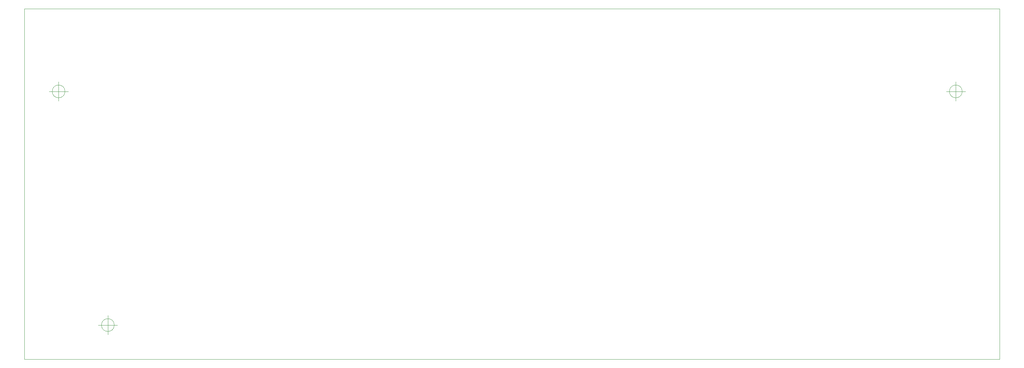
<source format=gbr>
%TF.GenerationSoftware,KiCad,Pcbnew,(5.1.9)-1*%
%TF.CreationDate,2021-06-15T15:46:33-04:00*%
%TF.ProjectId,CMicro-Keyboard,434d6963-726f-42d4-9b65-79626f617264,rev?*%
%TF.SameCoordinates,Original*%
%TF.FileFunction,Profile,NP*%
%FSLAX46Y46*%
G04 Gerber Fmt 4.6, Leading zero omitted, Abs format (unit mm)*
G04 Created by KiCad (PCBNEW (5.1.9)-1) date 2021-06-15 15:46:33*
%MOMM*%
%LPD*%
G01*
G04 APERTURE LIST*
%TA.AperFunction,Profile*%
%ADD10C,0.050000*%
%TD*%
G04 APERTURE END LIST*
D10*
X44973666Y-135890000D02*
G75*
G03*
X44973666Y-135890000I-1666666J0D01*
G01*
X40807000Y-135890000D02*
X45807000Y-135890000D01*
X43307000Y-133390000D02*
X43307000Y-138390000D01*
X265826666Y-74930000D02*
G75*
G03*
X265826666Y-74930000I-1666666J0D01*
G01*
X261660000Y-74930000D02*
X266660000Y-74930000D01*
X264160000Y-72430000D02*
X264160000Y-77430000D01*
X32146666Y-74930000D02*
G75*
G03*
X32146666Y-74930000I-1666666J0D01*
G01*
X27980000Y-74930000D02*
X32980000Y-74930000D01*
X30480000Y-72430000D02*
X30480000Y-77430000D01*
X275590000Y-53340000D02*
X275590000Y-144780000D01*
X21590000Y-144780000D02*
X21590000Y-53340000D01*
X275590000Y-144780000D02*
X21590000Y-144780000D01*
X21590000Y-53340000D02*
X275590000Y-53340000D01*
M02*

</source>
